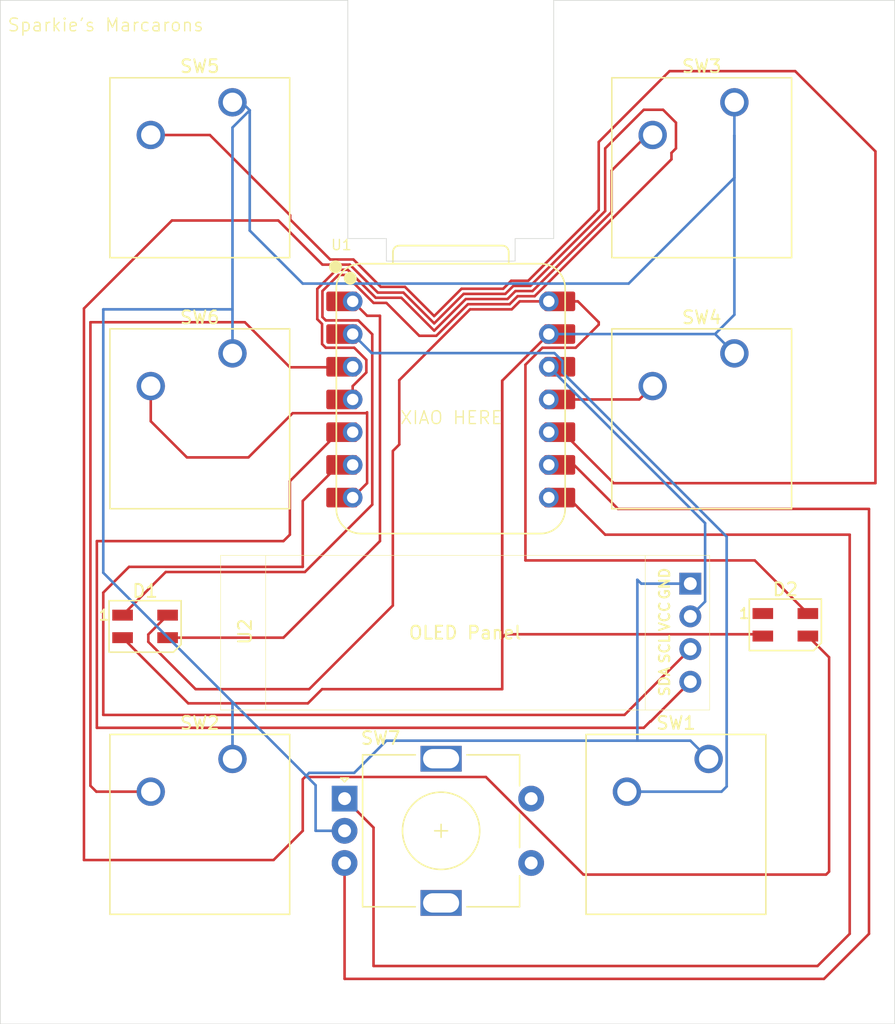
<source format=kicad_pcb>
(kicad_pcb (version 20240108) (generator "pcbnew") (generator_version "8.0")
  (layers (0 "F.Cu" signal) (31 "B.Cu" signal) (34 "B.Paste" user) (35 "F.Paste" user) (36 "B.SilkS" user "B.Silkscreen") (37 "F.SilkS" user "F.Silkscreen") (38 "B.Mask" user) (39 "F.Mask" user) (44 "Edge.Cuts" user))
  (net 0 "")
  (net 1 "+5V")
  (net 2 "GND")
  (net 3 "Net-(D1-DIN)")
  (net 4 "Net-(D1-DOUT)")
  (net 6 "Net-(U1-GPIO27{slash}ADC1{slash}A1)")
  (net 7 "Net-(U1-GPIO28{slash}ADC2{slash}A2)")
  (net 8 "Net-(U1-GPIO29{slash}ADC3{slash}A3)")
  (net 9 "Net-(U1-GPIO3{slash}MOSI)")
  (net 10 "Net-(U1-GPIO4{slash}MISO)")
  (net 11 "Net-(U1-GPIO0{slash}TX)")
  (net 12 "Net-(U1-GPIO2{slash}SCK)")
  (net 15 "Net-(U1-GPIO1{slash}RX)")
  (net 16 "Net-(U1-GPIO6{slash}SDA)")
  (net 17 "+3.3V")
  (net 18 "Net-(U1-GPIO7{slash}SCL)")
  (footprint "Button_Switch_Keyboard:SW_Cherry_MX_1.00u_PCB" (layer "F.Cu") (at 197.04 67.92)
    (property "Reference" "SW4" (at -2.54 -2.794 0) (layer "F.SilkS"))
    (property "Value" "SW_Push")
    (fp_line (start -9.525 -1.905) (end 4.445 -1.905) (stroke (width 0.12)) (layer "F.SilkS"))
    (fp_line (start -9.525 12.065) (end -9.525 -1.905) (stroke (width 0.12)) (layer "F.SilkS"))
    (fp_line (start 4.445 -1.905) (end 4.445 12.065) (stroke (width 0.12)) (layer "F.SilkS"))
    (fp_line (start 4.445 12.065) (end -9.525 12.065) (stroke (width 0.12)) (layer "F.SilkS"))
    (pad "" np_thru_hole circle (at -7.62 5.08) (size 1.7 1.7) (drill 1.7) (layers "*.Cu" "*.Mask"))
    (pad "" np_thru_hole circle (at -2.54 5.08) (size 4 4) (drill 4) (layers "*.Cu" "*.Mask"))
    (pad "" np_thru_hole circle (at 2.54 5.08) (size 1.7 1.7) (drill 1.7) (layers "*.Cu" "*.Mask"))
    (pad "1" thru_hole circle (at 0 0) (size 2.2 2.2) (drill 1.5) (layers "*.Cu" "*.Mask") (net 2 "GND"))
    (pad "2" thru_hole circle (at -6.35 2.54) (size 2.2 2.2) (drill 1.5) (layers "*.Cu" "*.Mask") (net 9 "Net-(U1-GPIO3{slash}MOSI)"))
  )
  (footprint "Button_Switch_Keyboard:SW_Cherry_MX_1.00u_PCB" (layer "F.Cu") (at 195.04 99.42)
    (property "Reference" "SW1" (at -2.54 -2.794 0) (layer "F.SilkS"))
    (property "Value" "SW_Push")
    (fp_line (start -9.525 -1.905) (end 4.445 -1.905) (stroke (width 0.12)) (layer "F.SilkS"))
    (fp_line (start -9.525 12.065) (end -9.525 -1.905) (stroke (width 0.12)) (layer "F.SilkS"))
    (fp_line (start 4.445 -1.905) (end 4.445 12.065) (stroke (width 0.12)) (layer "F.SilkS"))
    (fp_line (start 4.445 12.065) (end -9.525 12.065) (stroke (width 0.12)) (layer "F.SilkS"))
    (pad "" np_thru_hole circle (at -7.62 5.08) (size 1.7 1.7) (drill 1.7) (layers "*.Cu" "*.Mask"))
    (pad "" np_thru_hole circle (at -2.54 5.08) (size 4 4) (drill 4) (layers "*.Cu" "*.Mask"))
    (pad "" np_thru_hole circle (at 2.54 5.08) (size 1.7 1.7) (drill 1.7) (layers "*.Cu" "*.Mask"))
    (pad "1" thru_hole circle (at 0 0) (size 2.2 2.2) (drill 1.5) (layers "*.Cu" "*.Mask") (net 2 "GND"))
    (pad "2" thru_hole circle (at -6.35 2.54) (size 2.2 2.2) (drill 1.5) (layers "*.Cu" "*.Mask") (net 6 "Net-(U1-GPIO27{slash}ADC1{slash}A1)"))
  )
  (footprint "Button_Switch_Keyboard:SW_Cherry_MX_1.00u_PCB" (layer "F.Cu") (at 158.04 67.92)
    (property "Reference" "SW6" (at -2.54 -2.794 0) (layer "F.SilkS"))
    (property "Value" "SW_Push")
    (fp_line (start -9.525 -1.905) (end 4.445 -1.905) (stroke (width 0.12)) (layer "F.SilkS"))
    (fp_line (start -9.525 12.065) (end -9.525 -1.905) (stroke (width 0.12)) (layer "F.SilkS"))
    (fp_line (start 4.445 -1.905) (end 4.445 12.065) (stroke (width 0.12)) (layer "F.SilkS"))
    (fp_line (start 4.445 12.065) (end -9.525 12.065) (stroke (width 0.12)) (layer "F.SilkS"))
    (pad "" np_thru_hole circle (at -7.62 5.08) (size 1.7 1.7) (drill 1.7) (layers "*.Cu" "*.Mask"))
    (pad "" np_thru_hole circle (at -2.54 5.08) (size 4 4) (drill 4) (layers "*.Cu" "*.Mask"))
    (pad "" np_thru_hole circle (at 2.54 5.08) (size 1.7 1.7) (drill 1.7) (layers "*.Cu" "*.Mask"))
    (pad "1" thru_hole circle (at 0 0) (size 2.2 2.2) (drill 1.5) (layers "*.Cu" "*.Mask") (net 2 "GND"))
    (pad "2" thru_hole circle (at -6.35 2.54) (size 2.2 2.2) (drill 1.5) (layers "*.Cu" "*.Mask") (net 11 "Net-(U1-GPIO0{slash}TX)"))
  )
  (footprint "Button_Switch_Keyboard:SW_Cherry_MX_1.00u_PCB" (layer "F.Cu") (at 158.04 99.42)
    (property "Reference" "SW2" (at -2.54 -2.794 0) (layer "F.SilkS"))
    (property "Value" "SW_Push")
    (fp_line (start -9.525 -1.905) (end 4.445 -1.905) (stroke (width 0.12)) (layer "F.SilkS"))
    (fp_line (start -9.525 12.065) (end -9.525 -1.905) (stroke (width 0.12)) (layer "F.SilkS"))
    (fp_line (start 4.445 -1.905) (end 4.445 12.065) (stroke (width 0.12)) (layer "F.SilkS"))
    (fp_line (start 4.445 12.065) (end -9.525 12.065) (stroke (width 0.12)) (layer "F.SilkS"))
    (pad "" np_thru_hole circle (at -7.62 5.08) (size 1.7 1.7) (drill 1.7) (layers "*.Cu" "*.Mask"))
    (pad "" np_thru_hole circle (at -2.54 5.08) (size 4 4) (drill 4) (layers "*.Cu" "*.Mask"))
    (pad "" np_thru_hole circle (at 2.54 5.08) (size 1.7 1.7) (drill 1.7) (layers "*.Cu" "*.Mask"))
    (pad "1" thru_hole circle (at 0 0) (size 2.2 2.2) (drill 1.5) (layers "*.Cu" "*.Mask") (net 2 "GND"))
    (pad "2" thru_hole circle (at -6.35 2.54) (size 2.2 2.2) (drill 1.5) (layers "*.Cu" "*.Mask") (net 7 "Net-(U1-GPIO28{slash}ADC2{slash}A2)"))
  )
  (footprint "Button_Switch_Keyboard:SW_Cherry_MX_1.00u_PCB" (layer "F.Cu") (at 197.04 48.42)
    (property "Reference" "SW3" (at -2.54 -2.794 0) (layer "F.SilkS"))
    (property "Value" "SW_Push")
    (fp_line (start -9.525 -1.905) (end 4.445 -1.905) (stroke (width 0.12)) (layer "F.SilkS"))
    (fp_line (start -9.525 12.065) (end -9.525 -1.905) (stroke (width 0.12)) (layer "F.SilkS"))
    (fp_line (start 4.445 -1.905) (end 4.445 12.065) (stroke (width 0.12)) (layer "F.SilkS"))
    (fp_line (start 4.445 12.065) (end -9.525 12.065) (stroke (width 0.12)) (layer "F.SilkS"))
    (pad "" np_thru_hole circle (at -7.62 5.08) (size 1.7 1.7) (drill 1.7) (layers "*.Cu" "*.Mask"))
    (pad "" np_thru_hole circle (at -2.54 5.08) (size 4 4) (drill 4) (layers "*.Cu" "*.Mask"))
    (pad "" np_thru_hole circle (at 2.54 5.08) (size 1.7 1.7) (drill 1.7) (layers "*.Cu" "*.Mask"))
    (pad "1" thru_hole circle (at 0 0) (size 2.2 2.2) (drill 1.5) (layers "*.Cu" "*.Mask") (net 2 "GND"))
    (pad "2" thru_hole circle (at -6.35 2.54) (size 2.2 2.2) (drill 1.5) (layers "*.Cu" "*.Mask") (net 8 "Net-(U1-GPIO29{slash}ADC3{slash}A3)"))
  )
  (footprint "LED_SMD:LED_SK6812MINI_PLCC4_3.5x3.5mm_P1.75mm" (layer "F.Cu") (at 151.25 89.125)
    (property "Reference" "D1" (at 0 -2.75 0) (layer "F.SilkS"))
    (property "Value" "SK6812MINI")
    (fp_line (start -2.8 -2) (end -2.8 2) (stroke (width 0.12)) (layer "F.SilkS"))
    (fp_line (start -2.8 -2) (end 2.8 -2) (stroke (width 0.12)) (layer "F.SilkS"))
    (fp_line (start -2.8 2) (end 2.2 2) (stroke (width 0.12)) (layer "F.SilkS"))
    (fp_line (start 2.8 1.4) (end 2.2 2) (stroke (width 0.12)) (layer "F.SilkS"))
    (fp_line (start 2.8 1.4) (end 2.8 -2) (stroke (width 0.12)) (layer "F.SilkS"))
    (fp_text user "1" (at -3.2 -0.875 0) (layer "F.SilkS") (effects (font (size 0.8 0.8))))
    (pad "1" smd rect (at -1.75 -0.875) (size 1.6 0.85) (layers "F.Cu" "F.Paste" "F.Mask") (net 4 "Net-(D1-DOUT)"))
    (pad "2" smd rect (at -1.75 0.875) (size 1.6 0.85) (layers "F.Cu" "F.Paste" "F.Mask") (net 2 "GND"))
    (pad "3" smd rect (at 1.75 0.875) (size 1.6 0.85) (layers "F.Cu" "F.Paste" "F.Mask") (net 3 "Net-(D1-DIN)"))
    (pad "4" smd rect (at 1.75 -0.875) (size 1.6 0.85) (layers "F.Cu" "F.Paste" "F.Mask") (net 1 "+5V"))
  )
  (footprint "Button_Switch_Keyboard:SW_Cherry_MX_1.00u_PCB" (layer "F.Cu") (at 158.04 48.42)
    (property "Reference" "SW5" (at -2.54 -2.794 0) (layer "F.SilkS"))
    (property "Value" "SW_Push")
    (fp_line (start -9.525 -1.905) (end 4.445 -1.905) (stroke (width 0.12)) (layer "F.SilkS"))
    (fp_line (start -9.525 12.065) (end -9.525 -1.905) (stroke (width 0.12)) (layer "F.SilkS"))
    (fp_line (start 4.445 -1.905) (end 4.445 12.065) (stroke (width 0.12)) (layer "F.SilkS"))
    (fp_line (start 4.445 12.065) (end -9.525 12.065) (stroke (width 0.12)) (layer "F.SilkS"))
    (pad "" np_thru_hole circle (at -7.62 5.08) (size 1.7 1.7) (drill 1.7) (layers "*.Cu" "*.Mask"))
    (pad "" np_thru_hole circle (at -2.54 5.08) (size 4 4) (drill 4) (layers "*.Cu" "*.Mask"))
    (pad "" np_thru_hole circle (at 2.54 5.08) (size 1.7 1.7) (drill 1.7) (layers "*.Cu" "*.Mask"))
    (pad "1" thru_hole circle (at 0 0) (size 2.2 2.2) (drill 1.5) (layers "*.Cu" "*.Mask") (net 2 "GND"))
    (pad "2" thru_hole circle (at -6.35 2.54) (size 2.2 2.2) (drill 1.5) (layers "*.Cu" "*.Mask") (net 10 "Net-(U1-GPIO4{slash}MISO)"))
  )
  (footprint "OPL XIAO RP2040:XIAO-RP2040-DIP" (layer "F.Cu") (at 175 71.5)
    (property "Reference" "U1" (at -8.5 -12 0) (layer "F.SilkS") (effects (font (size 0.8 0.8) (thickness 0.1016))))
    (property "Value" "XIAO-RP2040-DIP")
    (fp_line (start -8.89 8.509) (end -8.89 -8.636) (stroke (width 0.127)) (layer "F.SilkS"))
    (fp_line (start -6.985 10.414) (end 6.985 10.414) (stroke (width 0.127)) (layer "F.SilkS"))
    (fp_line (start -4.495 -10.541) (end -4.491272 -11.451272) (stroke (width 0.127)) (layer "F.SilkS"))
    (fp_line (start -3.991272 -11.951) (end 4.004 -11.951) (stroke (width 0.127)) (layer "F.SilkS"))
    (fp_line (start 4.504 -11.451) (end 4.504 -10.541) (stroke (width 0.127)) (layer "F.SilkS"))
    (fp_line (start 6.985 -10.541) (end -6.985 -10.541) (stroke (width 0.1)) (layer "F.SilkS"))
    (fp_line (start 6.985 -10.541) (end -6.985 -10.541) (stroke (width 0.127)) (layer "F.SilkS"))
    (fp_line (start 8.89 8.509) (end 8.89 -8.636) (stroke (width 0.127)) (layer "F.SilkS"))
    (fp_arc (start -8.89 -8.636) (mid -8.332038 -9.983038) (end -6.985 -10.541) (stroke (width 0.127)) (layer "F.SilkS"))
    (fp_arc (start -6.985 10.414) (mid -8.332038 9.856038) (end -8.89 8.509) (stroke (width 0.127)) (layer "F.SilkS"))
    (fp_arc (start -4.491272 -11.451272) (mid -4.344724 -11.804644) (end -3.991272 -11.951) (stroke (width 0.127)) (layer "F.SilkS"))
    (fp_arc (start 4.004 -11.951) (mid 4.357553 -11.804553) (end 4.504 -11.451) (stroke (width 0.127)) (layer "F.SilkS"))
    (fp_arc (start 6.985 -10.541) (mid 8.332038 -9.983038) (end 8.89 -8.636) (stroke (width 0.127)) (layer "F.SilkS"))
    (fp_arc (start 8.89 8.509) (mid 8.332038 9.856038) (end 6.985 10.414) (stroke (width 0.127)) (layer "F.SilkS"))
    (fp_circle (center -8.95 -10.3) (end -8.95 -10.554) (stroke (width 0.5)) (fill solid) (layer "F.SilkS"))
    (fp_circle (center -7.807 -9.42) (end -7.807 -9.674) (stroke (width 0.5)) (fill solid) (layer "F.SilkS"))
    (pad "1" smd roundrect (at -8.455 -7.62 180) (size 2.432 1.524) (layers "F.Cu" "F.Mask") (roundrect_rratio 0.1) (net 3 "Net-(D1-DIN)"))
    (pad "1" thru_hole circle (at -7.62 -7.62 180) (size 1.524 1.524) (drill 0.889) (layers "*.Cu" "*.Mask") (net 3 "Net-(D1-DIN)"))
    (pad "2" smd roundrect (at -8.455 -5.08 180) (size 2.432 1.524) (layers "F.Cu" "F.Mask") (roundrect_rratio 0.1) (net 6 "Net-(U1-GPIO27{slash}ADC1{slash}A1)"))
    (pad "2" thru_hole circle (at -7.62 -5.08 180) (size 1.524 1.524) (drill 0.889) (layers "*.Cu" "*.Mask") (net 6 "Net-(U1-GPIO27{slash}ADC1{slash}A1)"))
    (pad "3" smd roundrect (at -8.455 -2.54 180) (size 2.432 1.524) (layers "F.Cu" "F.Mask") (roundrect_rratio 0.1) (net 7 "Net-(U1-GPIO28{slash}ADC2{slash}A2)"))
    (pad "3" thru_hole circle (at -7.62 -2.54 180) (size 1.524 1.524) (drill 0.889) (layers "*.Cu" "*.Mask") (net 7 "Net-(U1-GPIO28{slash}ADC2{slash}A2)"))
    (pad "4" smd roundrect (at -8.455 0 180) (size 2.432 1.524) (layers "F.Cu" "F.Mask") (roundrect_rratio 0.1) (net 8 "Net-(U1-GPIO29{slash}ADC3{slash}A3)"))
    (pad "4" thru_hole circle (at -7.62 0 180) (size 1.524 1.524) (drill 0.889) (layers "*.Cu" "*.Mask") (net 8 "Net-(U1-GPIO29{slash}ADC3{slash}A3)"))
    (pad "5" smd roundrect (at -8.455 2.54 180) (size 2.432 1.524) (layers "F.Cu" "F.Mask") (roundrect_rratio 0.1) (net 16 "Net-(U1-GPIO6{slash}SDA)"))
    (pad "5" thru_hole circle (at -7.62 2.54 180) (size 1.524 1.524) (drill 0.889) (layers "*.Cu" "*.Mask") (net 16 "Net-(U1-GPIO6{slash}SDA)"))
    (pad "6" smd roundrect (at -8.455 5.08 180) (size 2.432 1.524) (layers "F.Cu" "F.Mask") (roundrect_rratio 0.1) (net 18 "Net-(U1-GPIO7{slash}SCL)"))
    (pad "6" thru_hole circle (at -7.62 5.08 180) (size 1.524 1.524) (drill 0.889) (layers "*.Cu" "*.Mask") (net 18 "Net-(U1-GPIO7{slash}SCL)"))
    (pad "7" smd roundrect (at -8.455 7.62 180) (size 2.432 1.524) (layers "F.Cu" "F.Mask") (roundrect_rratio 0.1) (net 11 "Net-(U1-GPIO0{slash}TX)"))
    (pad "7" thru_hole circle (at -7.62 7.62 180) (size 1.524 1.524) (drill 0.889) (layers "*.Cu" "*.Mask") (net 11 "Net-(U1-GPIO0{slash}TX)"))
    (pad "8" thru_hole circle (at 7.62 7.62) (size 1.524 1.524) (drill 0.889) (layers "*.Cu" "*.Mask") (net 15 "Net-(U1-GPIO1{slash}RX)"))
    (pad "8" smd roundrect (at 8.455 7.62) (size 2.432 1.524) (layers "F.Cu" "F.Mask") (roundrect_rratio 0.1) (net 15 "Net-(U1-GPIO1{slash}RX)"))
    (pad "9" thru_hole circle (at 7.62 5.08) (size 1.524 1.524) (drill 0.889) (layers "*.Cu" "*.Mask") (net 12 "Net-(U1-GPIO2{slash}SCK)"))
    (pad "9" smd roundrect (at 8.455 5.08) (size 2.432 1.524) (layers "F.Cu" "F.Mask") (roundrect_rratio 0.1) (net 12 "Net-(U1-GPIO2{slash}SCK)"))
    (pad "10" thru_hole circle (at 7.62 2.54) (size 1.524 1.524) (drill 0.889) (layers "*.Cu" "*.Mask") (net 10 "Net-(U1-GPIO4{slash}MISO)"))
    (pad "10" smd roundrect (at 8.455 2.54) (size 2.432 1.524) (layers "F.Cu" "F.Mask") (roundrect_rratio 0.1) (net 10 "Net-(U1-GPIO4{slash}MISO)"))
    (pad "11" thru_hole circle (at 7.62 0) (size 1.524 1.524) (drill 0.889) (layers "*.Cu" "*.Mask") (net 9 "Net-(U1-GPIO3{slash}MOSI)"))
    (pad "11" smd roundrect (at 8.455 0) (size 2.432 1.524) (layers "F.Cu" "F.Mask") (roundrect_rratio 0.1) (net 9 "Net-(U1-GPIO3{slash}MOSI)"))
    (pad "12" thru_hole circle (at 7.62 -2.54) (size 1.524 1.524) (drill 0.889) (layers "*.Cu" "*.Mask") (net 17 "+3.3V"))
    (pad "12" smd roundrect (at 8.455 -2.54) (size 2.432 1.524) (layers "F.Cu" "F.Mask") (roundrect_rratio 0.1) (net 17 "+3.3V"))
    (pad "13" thru_hole circle (at 7.62 -5.08) (size 1.524 1.524) (drill 0.889) (layers "*.Cu" "*.Mask") (net 2 "GND"))
    (pad "13" smd roundrect (at 8.455 -5.08) (size 2.432 1.524) (layers "F.Cu" "F.Mask") (roundrect_rratio 0.1) (net 2 "GND"))
    (pad "14" thru_hole circle (at 7.62 -7.62) (size 1.524 1.524) (drill 0.889) (layers "*.Cu" "*.Mask") (net 1 "+5V"))
    (pad "14" smd roundrect (at 8.455 -7.62) (size 2.432 1.524) (layers "F.Cu" "F.Mask") (roundrect_rratio 0.1) (net 1 "+5V"))
  )
  (footprint "LED_SMD:LED_SK6812MINI_PLCC4_3.5x3.5mm_P1.75mm" (layer "F.Cu") (at 201 89)
    (property "Reference" "D2" (at 0 -2.75 0) (layer "F.SilkS"))
    (property "Value" "SK6812MINI")
    (fp_line (start -2.8 -2) (end -2.8 2) (stroke (width 0.12)) (layer "F.SilkS"))
    (fp_line (start -2.8 -2) (end 2.8 -2) (stroke (width 0.12)) (layer "F.SilkS"))
    (fp_line (start -2.8 2) (end 2.2 2) (stroke (width 0.12)) (layer "F.SilkS"))
    (fp_line (start 2.8 1.4) (end 2.2 2) (stroke (width 0.12)) (layer "F.SilkS"))
    (fp_line (start 2.8 1.4) (end 2.8 -2) (stroke (width 0.12)) (layer "F.SilkS"))
    (fp_text user "1" (at -3.2 -0.875 0) (layer "F.SilkS") (effects (font (size 0.8 0.8))))
    (pad "1" smd rect (at -1.75 -0.875) (size 1.6 0.85) (layers "F.Cu" "F.Paste" "F.Mask"))
    (pad "2" smd rect (at -1.75 0.875) (size 1.6 0.85) (layers "F.Cu" "F.Paste" "F.Mask") (net 2 "GND"))
    (pad "3" smd rect (at 1.75 0.875) (size 1.6 0.85) (layers "F.Cu" "F.Paste" "F.Mask") (net 4 "Net-(D1-DOUT)"))
    (pad "4" smd rect (at 1.75 -0.875) (size 1.6 0.85) (layers "F.Cu" "F.Paste" "F.Mask") (net 1 "+5V"))
  )
  (footprint "91_OLED_Screen:SSD1306-0.91-OLED-4pin-128x32" (layer "F.Cu") (at 157.115 83.615)
    (property "Reference" "U2" (at 1.9 5.91 90) (layer "F.SilkS"))
    (property "Value" "DM-OLED096-636")
    (fp_line (start 0 0) (end 0 12) (stroke (width 0.04)) (layer "F.SilkS"))
    (fp_line (start 0 12) (end 38 12) (stroke (width 0.04)) (layer "F.SilkS"))
    (fp_line (start 3.5 0) (end 3.5 12) (stroke (width 0.04)) (layer "F.SilkS"))
    (fp_line (start 33 0) (end 33 12) (stroke (width 0.04)) (layer "F.SilkS"))
    (fp_line (start 38 0) (end 0 0) (stroke (width 0.04)) (layer "F.SilkS"))
    (fp_line (start 38 12) (end 38 0) (stroke (width 0.04)) (layer "F.SilkS"))
    (fp_text user "OLED Panel" (at 19 6 0) (layer "F.SilkS"))
    (fp_text user "GND" (at 34.5 2.19 -90) (layer "F.SilkS") (effects (font (size 0.8 0.8))))
    (fp_text user "SCL" (at 34.5 7.27 -90) (layer "F.SilkS") (effects (font (size 0.8 0.8))))
    (fp_text user "SDA" (at 34.5 9.81 -90) (layer "F.SilkS") (effects (font (size 0.8 0.8))))
    (fp_text user "VCC" (at 34.5 4.73 -90) (layer "F.SilkS") (effects (font (size 0.8 0.8))))
    (pad "1" thru_hole rect (at 36.5 2.19) (size 1.7 1.7) (drill 1) (layers "*.Cu" "*.Mask") (net 2 "GND"))
    (pad "2" thru_hole oval (at 36.5 4.73) (size 1.7 1.7) (drill 1) (layers "*.Cu" "*.Mask") (net 17 "+3.3V"))
    (pad "3" thru_hole oval (at 36.5 7.27) (size 1.7 1.7) (drill 1) (layers "*.Cu" "*.Mask") (net 18 "Net-(U1-GPIO7{slash}SCL)"))
    (pad "4" thru_hole oval (at 36.5 9.81) (size 1.7 1.7) (drill 1) (layers "*.Cu" "*.Mask") (net 16 "Net-(U1-GPIO6{slash}SDA)"))
  )
  (footprint "Rotary_Encoder:RotaryEncoder_Alps_EC11E-Switch_Vertical_H20mm" (layer "F.Cu") (at 166.75 102.5)
    (property "Reference" "SW7" (at 2.8 -4.7 0) (layer "F.SilkS"))
    (property "Value" "RotaryEncoder_Switch")
    (fp_line (start -0.3 -1.6) (end 0.3 -1.6) (stroke (width 0.12)) (layer "F.SilkS"))
    (fp_line (start 0 -1.3) (end -0.3 -1.6) (stroke (width 0.12)) (layer "F.SilkS"))
    (fp_line (start 0.3 -1.6) (end 0 -1.3) (stroke (width 0.12)) (layer "F.SilkS"))
    (fp_line (start 1.4 -3.4) (end 1.4 8.4) (stroke (width 0.12)) (layer "F.SilkS"))
    (fp_line (start 5.5 -3.4) (end 1.4 -3.4) (stroke (width 0.12)) (layer "F.SilkS"))
    (fp_line (start 5.5 8.4) (end 1.4 8.4) (stroke (width 0.12)) (layer "F.SilkS"))
    (fp_line (start 7 2.5) (end 8 2.5) (stroke (width 0.12)) (layer "F.SilkS"))
    (fp_line (start 7.5 2) (end 7.5 3) (stroke (width 0.12)) (layer "F.SilkS"))
    (fp_line (start 9.5 -3.4) (end 13.6 -3.4) (stroke (width 0.12)) (layer "F.SilkS"))
    (fp_line (start 13.6 -3.4) (end 13.6 -1) (stroke (width 0.12)) (layer "F.SilkS"))
    (fp_line (start 13.6 1.2) (end 13.6 3.8) (stroke (width 0.12)) (layer "F.SilkS"))
    (fp_line (start 13.6 6) (end 13.6 8.4) (stroke (width 0.12)) (layer "F.SilkS"))
    (fp_line (start 13.6 8.4) (end 9.5 8.4) (stroke (width 0.12)) (layer "F.SilkS"))
    (fp_circle (center 7.5 2.5) (end 10.5 2.5) (stroke (width 0.12)) (fill none) (layer "F.SilkS"))
    (pad "A" thru_hole rect (at 0 0) (size 2 2) (drill 1) (layers "*.Cu" "*.Mask") (net 15 "Net-(U1-GPIO1{slash}RX)"))
    (pad "B" thru_hole circle (at 0 5) (size 2 2) (drill 1) (layers "*.Cu" "*.Mask") (net 12 "Net-(U1-GPIO2{slash}SCK)"))
    (pad "C" thru_hole circle (at 0 2.5) (size 2 2) (drill 1) (layers "*.Cu" "*.Mask") (net 2 "GND"))
    (pad "MP" thru_hole rect (at 7.5 -3.1) (size 3.2 2) (drill oval 2.8 1.5) (layers "*.Cu" "*.Mask"))
    (pad "MP" thru_hole rect (at 7.5 8.1) (size 3.2 2) (drill oval 2.8 1.5) (layers "*.Cu" "*.Mask"))
    (pad "S1" thru_hole circle (at 14.5 5) (size 2 2) (drill 1) (layers "*.Cu" "*.Mask"))
    (pad "S2" thru_hole circle (at 14.5 0) (size 2 2) (drill 1) (layers "*.Cu" "*.Mask"))
  )
  (gr_line (start 183 59) (end 180 59) (stroke (width 0.05)) (layer "Edge.Cuts"))
  (gr_line (start 183 40.5) (end 209.5 40.5) (stroke (width 0.05)) (layer "Edge.Cuts"))
  (gr_line (start 167 59) (end 170 59) (stroke (width 0.05)) (layer "Edge.Cuts"))
  (gr_line (start 179.999434 60.75644) (end 169.999434 60.75644) (stroke (width 0.05)) (layer "Edge.Cuts"))
  (gr_line (start 170 59) (end 169.999434 60.75644) (stroke (width 0.05)) (layer "Edge.Cuts"))
  (gr_line (start 140 120) (end 140 40.5) (stroke (width 0.05)) (layer "Edge.Cuts"))
  (gr_line (start 209.5 40.5) (end 209.5 120) (stroke (width 0.05)) (layer "Edge.Cuts"))
  (gr_line (start 167 40.5) (end 140 40.5) (stroke (width 0.05)) (layer "Edge.Cuts"))
  (gr_line (start 183 59) (end 183 40.5) (stroke (width 0.05)) (layer "Edge.Cuts"))
  (gr_line (start 140 120) (end 209.5 120) (stroke (width 0.05)) (layer "Edge.Cuts"))
  (gr_line (start 167 59) (end 167 40.5) (stroke (width 0.05)) (layer "Edge.Cuts"))
  (gr_line (start 180 59) (end 179.999434 60.75644) (stroke (width 0.05)) (layer "Edge.Cuts"))
  (gr_text "Sparkie's Marcarons" (at 140.5 43 0) (layer "F.SilkS") (effects (font (size 1 1) (thickness 0.1)) (justify left bottom)))
  (gr_text "XIAO HERE" (at 171 73.5 0) (layer "F.SilkS") (effects (font (size 1 1) (thickness 0.1)) (justify left bottom)))
  (segment (start 171 75) (end 170.5 75.5) (width 0.2) (layer "F.Cu") (net 1))
  (segment (start 155.175 94) (end 151.5 90.325) (width 0.2) (layer "F.Cu") (net 1))
  (segment (start 186.5 65.5) (end 184.88 63.88) (width 0.2) (layer "F.Cu") (net 1))
  (segment (start 186.5 65.692214) (end 186.5 65.5) (width 0.2) (layer "F.Cu") (net 1))
  (segment (start 184.710214 67.482) (end 186.5 65.692214) (width 0.2) (layer "F.Cu") (net 1))
  (segment (start 151.5 89.75) (end 153 88.25) (width 0.2) (layer "F.Cu") (net 1))
  (segment (start 202.75 88.125) (end 198.625 84) (width 0.2) (layer "F.Cu") (net 1))
  (segment (start 182.123686 67.482) (end 184.710214 67.482) (width 0.2) (layer "F.Cu") (net 1))
  (segment (start 180.802843 68.802843) (end 182.123686 67.482) (width 0.2) (layer "F.Cu") (net 1))
  (segment (start 180.802843 84) (end 180.802843 68.802843) (width 0.2) (layer "F.Cu") (net 1))
  (segment (start 182.62 63.88) (end 180.36 63.88) (width 0.2) (layer "F.Cu") (net 1))
  (segment (start 170.5 75.5) (end 170.5 87.5) (width 0.2) (layer "F.Cu") (net 1))
  (segment (start 184.88 63.88) (end 182.62 63.88) (width 0.2) (layer "F.Cu") (net 1))
  (segment (start 164 94) (end 155.175 94) (width 0.2) (layer "F.Cu") (net 1))
  (segment (start 198.625 84) (end 180.802843 84) (width 0.2) (layer "F.Cu") (net 1))
  (segment (start 170.5 87.5) (end 164 94) (width 0.2) (layer "F.Cu") (net 1))
  (segment (start 176.5 64.5) (end 171 70) (width 0.2) (layer "F.Cu") (net 1))
  (segment (start 151.5 90.325) (end 151.5 89.75) (width 0.2) (layer "F.Cu") (net 1))
  (segment (start 180.36 63.88) (end 179.74 64.5) (width 0.2) (layer "F.Cu") (net 1))
  (segment (start 179.74 64.5) (end 176.5 64.5) (width 0.2) (layer "F.Cu") (net 1))
  (segment (start 171 70) (end 171 75) (width 0.2) (layer "F.Cu") (net 1))
  (segment (start 165 94) (end 179 94) (width 0.2) (layer "F.Cu") (net 2))
  (segment (start 179.265 89.735) (end 199.11 89.735) (width 0.2) (layer "F.Cu") (net 2))
  (segment (start 154.6 95.1) (end 163.9 95.1) (width 0.2) (layer "F.Cu") (net 2))
  (segment (start 179 94) (end 179 70.04) (width 0.2) (layer "F.Cu") (net 2))
  (segment (start 179 70.04) (end 179 90) (width 0.2) (layer "F.Cu") (net 2))
  (segment (start 199.11 89.735) (end 199.25 89.875) (width 0.2) (layer "F.Cu") (net 2))
  (segment (start 179 90) (end 179.265 89.735) (width 0.2) (layer "F.Cu") (net 2))
  (segment (start 163.9 95.1) (end 165 94) (width 0.2) (layer "F.Cu") (net 2))
  (segment (start 149.5 90) (end 154.6 95.1) (width 0.2) (layer "F.Cu") (net 2))
  (segment (start 179 70.04) (end 182.62 66.42) (width 0.2) (layer "F.Cu") (net 2))
  (segment (start 159.38 49.04) (end 158.04 50.38) (width 0.2) (layer "B.Cu") (net 2))
  (segment (start 164 100.5) (end 167.5 100.5) (width 0.2) (layer "B.Cu") (net 2))
  (segment (start 170 98) (end 193.62 98) (width 0.2) (layer "B.Cu") (net 2))
  (segment (start 189.5 98) (end 189.5 85.5) (width 0.2) (layer "B.Cu") (net 2))
  (segment (start 197.04 51) (end 197.04 48.42) (width 0.2) (layer "B.Cu") (net 2))
  (segment (start 163.5 62.5) (end 159.38 58.38) (width 0.2) (layer "B.Cu") (net 2))
  (segment (start 189.805 85.805) (end 193.615 85.805) (width 0.2) (layer "B.Cu") (net 2))
  (segment (start 148 84.96) (end 158.04 95) (width 0.2) (layer "B.Cu") (net 2))
  (segment (start 159.38 49.04) (end 158.76 48.42) (width 0.2) (layer "B.Cu") (net 2))
  (segment (start 158.04 95) (end 158.04 99.42) (width 0.2) (layer "B.Cu") (net 2))
  (segment (start 158.04 50.38) (end 158.04 65.5) (width 0.2) (layer "B.Cu") (net 2))
  (segment (start 158.04 95) (end 163.77 100.73) (width 0.2) (layer "B.Cu") (net 2))
  (segment (start 158.76 48.42) (end 158.04 48.42) (width 0.2) (layer "B.Cu") (net 2))
  (segment (start 182.62 66.42) (end 195.54 66.42) (width 0.2) (layer "B.Cu") (net 2))
  (segment (start 197.04 54.283402) (end 188.823402 62.5) (width 0.2) (layer "B.Cu") (net 2))
  (segment (start 158.04 65.5) (end 158.04 67.92) (width 0.2) (layer "B.Cu") (net 2))
  (segment (start 163.77 100.73) (end 164 100.5) (width 0.2) (layer "B.Cu") (net 2))
  (segment (start 195.54 66.42) (end 197.04 64.92) (width 0.2) (layer "B.Cu") (net 2))
  (segment (start 193.62 98) (end 195.04 99.42) (width 0.2) (layer "B.Cu") (net 2))
  (segment (start 164.5 101.46) (end 164.5 105) (width 0.2) (layer "B.Cu") (net 2))
  (segment (start 189.5 85.5) (end 189.805 85.805) (width 0.2) (layer "B.Cu") (net 2))
  (segment (start 148 64.5) (end 148 84.96) (width 0.2) (layer "B.Cu") (net 2))
  (segment (start 188.823402 62.5) (end 163.5 62.5) (width 0.2) (layer "B.Cu") (net 2))
  (segment (start 197.04 64.92) (end 197.04 51) (width 0.2) (layer "B.Cu") (net 2))
  (segment (start 164.5 105) (end 166.75 105) (width 0.2) (layer "B.Cu") (net 2))
  (segment (start 197.04 51) (end 197.04 54.283402) (width 0.2) (layer "B.Cu") (net 2))
  (segment (start 159.38 58.38) (end 159.38 49.04) (width 0.2) (layer "B.Cu") (net 2))
  (segment (start 163.77 100.73) (end 164.5 101.46) (width 0.2) (layer "B.Cu") (net 2))
  (segment (start 195.54 66.42) (end 197.04 67.92) (width 0.2) (layer "B.Cu") (net 2))
  (segment (start 167.5 100.5) (end 170 98) (width 0.2) (layer "B.Cu") (net 2))
  (segment (start 158.04 64.5) (end 148 64.5) (width 0.2) (layer "B.Cu") (net 2))
  (segment (start 167.38 63.88) (end 168.5 65) (width 0.2) (layer "F.Cu") (net 3))
  (segment (start 168.5 65) (end 169.5 65) (width 0.2) (layer "F.Cu") (net 3))
  (segment (start 162 90) (end 153 90) (width 0.2) (layer "F.Cu") (net 3))
  (segment (start 169.5 65) (end 169.5 82.5) (width 0.2) (layer "F.Cu") (net 3))
  (segment (start 169.5 82.5) (end 162 90) (width 0.2) (layer "F.Cu") (net 3))
  (segment (start 165.029 63.078786) (end 165.029 65.097214) (width 0.2) (layer "F.Cu") (net 4))
  (segment (start 179.574314 64.1) (end 176.334314 64.1) (width 0.2) (layer "F.Cu") (net 4))
  (segment (start 152.85 84.9) (end 149.5 88.25) (width 0.2) (layer "F.Cu") (net 4))
  (segment (start 171.323686 63.2) (end 173.713314 65.589628) (width 0.2) (layer "F.Cu") (net 4))
  (segment (start 153.334314 57.6) (end 161.6 57.6) (width 0.2) (layer "F.Cu") (net 4))
  (segment (start 172.555314 66.555314) (end 170 64) (width 0.2) (layer "F.Cu") (net 4))
  (segment (start 169.333267 63.2) (end 171.323686 63.2) (width 0.2) (layer "F.Cu") (net 4))
  (segment (start 192.15 52.35) (end 192.15 52.848105) (width 0.2) (layer "F.Cu") (net 4))
  (segment (start 204.165685 108.4) (end 185.311522 108.4) (width 0.2) (layer "F.Cu") (net 4))
  (segment (start 167.819895 65.358) (end 168.9 66.438105) (width 0.2) (layer "F.Cu") (net 4))
  (segment (start 163.5 105) (end 161.229771 107.270229) (width 0.2) (layer "F.Cu") (net 4))
  (segment (start 168.9 79.665685) (end 163.665685 84.9) (width 0.2) (layer "F.Cu") (net 4))
  (segment (start 166.829631 61.827736) (end 166.28005 61.827736) (width 0.2) (layer "F.Cu") (net 4))
  (segment (start 177.731522 100.82) (end 163.677056 100.82) (width 0.2) (layer "F.Cu") (net 4))
  (segment (start 181.518105 63.48) (end 180.194314 63.48) (width 0.2) (layer "F.Cu") (net 4))
  (segment (start 204.4 108.165685) (end 204.165685 108.4) (width 0.2) (layer "F.Cu") (net 4))
  (segment (start 167.161003 61.027736) (end 169.333267 63.2) (width 0.2) (layer "F.Cu") (net 4))
  (segment (start 168.9 66.438105) (end 168.9 79.665685) (width 0.2) (layer "F.Cu") (net 4))
  (segment (start 146.5 107.270229) (end 146.5 64.434314) (width 0.2) (layer "F.Cu") (net 4))
  (segment (start 180.194314 63.48) (end 179.574314 64.1) (width 0.2) (layer "F.Cu") (net 4))
  (segment (start 181.186733 62.68) (end 187 56.866733) (width 0.2) (layer "F.Cu") (net 4))
  (segment (start 187 56.866733) (end 187 52) (width 0.2) (layer "F.Cu") (net 4))
  (segment (start 179.862942 62.68) (end 181.186733 62.68) (width 0.2) (layer "F.Cu") (net 4))
  (segment (start 166.28005 61.827736) (end 165.029 63.078786) (width 0.2) (layer "F.Cu") (net 4))
  (segment (start 191.5 49) (end 192.5 50) (width 0.2) (layer "F.Cu") (net 4))
  (segment (start 192.5 52) (end 192.15 52.35) (width 0.2) (layer "F.Cu") (net 4))
  (segment (start 185.311522 108.4) (end 177.731522 100.82) (width 0.2) (layer "F.Cu") (net 4))
  (segment (start 204.4 91.525) (end 204.4 108.165685) (width 0.2) (layer "F.Cu") (net 4))
  (segment (start 163.5 100.997056) (end 163.5 105) (width 0.2) (layer "F.Cu") (net 4))
  (segment (start 173.879 66.555314) (end 172.555314 66.555314) (width 0.2) (layer "F.Cu") (net 4))
  (segment (start 165.289786 65.358) (end 167.819895 65.358) (width 0.2) (layer "F.Cu") (net 4))
  (segment (start 176.002942 63.3) (end 179.242942 63.3) (width 0.2) (layer "F.Cu") (net 4))
  (segment (start 163.677056 100.82) (end 163.5 100.997056) (width 0.2) (layer "F.Cu") (net 4))
  (segment (start 165.027736 61.027736) (end 167.161003 61.027736) (width 0.2) (layer "F.Cu") (net 4))
  (segment (start 170 64) (end 169.001895 64) (width 0.2) (layer "F.Cu") (net 4))
  (segment (start 163.665685 84.9) (end 152.85 84.9) (width 0.2) (layer "F.Cu") (net 4))
  (segment (start 165.029 65.097214) (end 165.289786 65.358) (width 0.2) (layer "F.Cu") (net 4))
  (segment (start 187 52) (end 190 49) (width 0.2) (layer "F.Cu") (net 4))
  (segment (start 176.334314 64.1) (end 173.879 66.555314) (width 0.2) (layer "F.Cu") (net 4))
  (segment (start 202.75 89.875) (end 204.4 91.525) (width 0.2) (layer "F.Cu") (net 4))
  (segment (start 192.5 50) (end 192.5 52) (width 0.2) (layer "F.Cu") (net 4))
  (segment (start 190 49) (end 191.5 49) (width 0.2) (layer "F.Cu") (net 4))
  (segment (start 161.229771 107.270229) (end 146.5 107.270229) (width 0.2) (layer "F.Cu") (net 4))
  (segment (start 192.15 52.848105) (end 181.518105 63.48) (width 0.2) (layer "F.Cu") (net 4))
  (segment (start 161.6 57.6) (end 165.027736 61.027736) (width 0.2) (layer "F.Cu") (net 4))
  (segment (start 169.001895 64) (end 166.829631 61.827736) (width 0.2) (layer "F.Cu") (net 4))
  (segment (start 179.242942 63.3) (end 179.862942 62.68) (width 0.2) (layer "F.Cu") (net 4))
  (segment (start 146.5 64.434314) (end 153.334314 57.6) (width 0.2) (layer "F.Cu") (net 4))
  (segment (start 173.713314 65.589628) (end 176.002942 63.3) (width 0.2) (layer "F.Cu") (net 4))
  (segment (start 167.38 66.42) (end 166.30237 66.42) (width 0.2) (layer "F.Cu") (net 6))
  (segment (start 196.44 82.157895) (end 196.44 101.56) (width 0.2) (layer "B.Cu") (net 6))
  (segment (start 183.059895 67.898) (end 183.682 68.520105) (width 0.2) (layer "B.Cu") (net 6))
  (segment (start 183.682 69.399895) (end 196.44 82.157895) (width 0.2) (layer "B.Cu") (net 6))
  (segment (start 167.38 66.42) (end 168.858 67.898) (width 0.2) (layer "B.Cu") (net 6))
  (segment (start 196.44 101.56) (end 196.04 101.96) (width 0.2) (layer "B.Cu") (net 6))
  (segment (start 183.682 68.520105) (end 183.682 69.399895) (width 0.2) (layer "B.Cu") (net 6))
  (segment (start 196.04 101.96) (end 188.69 101.96) (width 0.2) (layer "B.Cu") (net 6))
  (segment (start 168.858 67.898) (end 183.059895 67.898) (width 0.2) (layer "B.Cu") (net 6))
  (segment (start 147 65.5) (end 147 101.5) (width 0.2) (layer "F.Cu") (net 7))
  (segment (start 147 101.5) (end 147.46 101.96) (width 0.2) (layer "F.Cu") (net 7))
  (segment (start 159 65.5) (end 147 65.5) (width 0.2) (layer "F.Cu") (net 7))
  (segment (start 167.38 68.96) (end 167.34 69) (width 0.2) (layer "F.Cu") (net 7))
  (segment (start 162.5 69) (end 159 65.5) (width 0.2) (layer "F.Cu") (net 7))
  (segment (start 147.46 101.96) (end 151.69 101.96) (width 0.2) (layer "F.Cu") (net 7))
  (segment (start 167.34 69) (end 162.5 69) (width 0.2) (layer "F.Cu") (net 7))
  (segment (start 164.629 62.9131) (end 166.114364 61.427736) (width 0.2) (layer "F.Cu") (net 8))
  (segment (start 176.168628 63.7) (end 179.408628 63.7) (width 0.2) (layer "F.Cu") (net 8))
  (segment (start 169.167581 63.6) (end 171.158 63.6) (width 0.2) (layer "F.Cu") (net 8))
  (segment (start 187.5 56.932419) (end 187.5 53.722944) (width 0.2) (layer "F.Cu") (net 8))
  (segment (start 179.408628 63.7) (end 180.028628 63.08) (width 0.2) (layer "F.Cu") (net 8))
  (segment (start 187.5 53.722944) (end 190.262944 50.96) (width 0.2) (layer "F.Cu") (net 8))
  (segment (start 168.442 68.424) (end 167.5 67.482) (width 0.2) (layer "F.Cu") (net 8))
  (segment (start 173.713314 66.155314) (end 176.168628 63.7) (width 0.2) (layer "F.Cu") (net 8))
  (segment (start 167.38 70.461895) (end 168.442 69.399895) (width 0.2) (layer "F.Cu") (net 8))
  (segment (start 166.995317 61.427736) (end 169.167581 63.6) (width 0.2) (layer "F.Cu") (net 8))
  (segment (start 168.442 69.399895) (end 168.442 68.424) (width 0.2) (layer "F.Cu") (net 8))
  (segment (start 165 65.6339) (end 164.629 65.2629) (width 0.2) (layer "F.Cu") (net 8))
  (segment (start 181.352419 63.08) (end 187.5 56.932419) (width 0.2) (layer "F.Cu") (net 8))
  (segment (start 180.028628 63.08) (end 181.352419 63.08) (width 0.2) (layer "F.Cu") (net 8))
  (segment (start 190.262944 50.96) (end 190.69 50.96) (width 0.2) (layer "F.Cu") (net 8))
  (segment (start 167.38 71.5) (end 167.38 70.461895) (width 0.2) (layer "F.Cu") (net 8))
  (segment (start 164.629 65.2629) (end 164.629 62.9131) (width 0.2) (layer "F.Cu") (net 8))
  (segment (start 171.158 63.6) (end 173.713314 66.155314) (width 0.2) (layer "F.Cu") (net 8))
  (segment (start 167.5 67.482) (end 165.289786 67.482) (width 0.2) (layer "F.Cu") (net 8))
  (segment (start 165 67.192214) (end 165 65.6339) (width 0.2) (layer "F.Cu") (net 8))
  (segment (start 166.114364 61.427736) (end 166.995317 61.427736) (width 0.2) (layer "F.Cu") (net 8))
  (segment (start 165.289786 67.482) (end 165 67.192214) (width 0.2) (layer "F.Cu") (net 8))
  (segment (start 189.65 71.5) (end 190.69 70.46) (width 0.2) (layer "F.Cu") (net 9))
  (segment (start 182.62 71.5) (end 189.65 71.5) (width 0.2) (layer "F.Cu") (net 9))
  (segment (start 186.150524 57.150523) (end 181.021047 62.28) (width 0.2) (layer "F.Cu") (net 10))
  (segment (start 192 46) (end 186.5 51.5) (width 0.2) (layer "F.Cu") (net 10))
  (segment (start 156.283402 50.96) (end 151.69 50.96) (width 0.2) (layer "F.Cu") (net 10))
  (segment (start 173.713314 65.023942) (end 171.44575 62.756378) (width 0.2) (layer "F.Cu") (net 10))
  (segment (start 208 78) (end 208 52.234314) (width 0.2) (layer "F.Cu") (net 10))
  (segment (start 186.5 51.5) (end 186.5 56.788362) (width 0.2) (layer "F.Cu") (net 10))
  (segment (start 187.65763 78) (end 208 78) (width 0.2) (layer "F.Cu") (net 10))
  (segment (start 171.44575 62.756378) (end 169.564094 62.756378) (width 0.2) (layer "F.Cu") (net 10))
  (segment (start 179.697256 62.28) (end 179.077256 62.9) (width 0.2) (layer "F.Cu") (net 10))
  (segment (start 183.69763 74.04) (end 187.65763 78) (width 0.2) (layer "F.Cu") (net 10))
  (segment (start 186.150524 57.137838) (end 186.150524 57.150523) (width 0.2) (layer "F.Cu") (net 10))
  (segment (start 208 52.234314) (end 201.765686 46) (width 0.2) (layer "F.Cu") (net 10))
  (segment (start 162.523402 57.523402) (end 162.523402 57.2) (width 0.2) (layer "F.Cu") (net 10))
  (segment (start 182.62 74.04) (end 183.69763 74.04) (width 0.2) (layer "F.Cu") (net 10))
  (segment (start 201.765686 46) (end 192 46) (width 0.2) (layer "F.Cu") (net 10))
  (segment (start 179.077256 62.9) (end 175.837256 62.9) (width 0.2) (layer "F.Cu") (net 10))
  (segment (start 181.021047 62.28) (end 179.697256 62.28) (width 0.2) (layer "F.Cu") (net 10))
  (segment (start 167.435452 60.627736) (end 165.627736 60.627736) (width 0.2) (layer "F.Cu") (net 10))
  (segment (start 162.523402 57.2) (end 156.283402 50.96) (width 0.2) (layer "F.Cu") (net 10))
  (segment (start 186.5 56.788362) (end 186.150524 57.137838) (width 0.2) (layer "F.Cu") (net 10))
  (segment (start 175.837256 62.9) (end 173.713314 65.023942) (width 0.2) (layer "F.Cu") (net 10))
  (segment (start 165.627736 60.627736) (end 162.523402 57.523402) (width 0.2) (layer "F.Cu") (net 10))
  (segment (start 169.564094 62.756378) (end 167.435452 60.627736) (width 0.2) (layer "F.Cu") (net 10))
  (segment (start 159.277056 76) (end 154.5 76) (width 0.2) (layer "F.Cu") (net 11))
  (segment (start 151.69 73.19) (end 151.69 70.46) (width 0.2) (layer "F.Cu") (net 11))
  (segment (start 168.5 72.5) (end 168.438 72.562) (width 0.2) (layer "F.Cu") (net 11))
  (segment (start 167.38 79.12) (end 168.5 78) (width 0.2) (layer "F.Cu") (net 11))
  (segment (start 162.715056 72.562) (end 159.277056 76) (width 0.2) (layer "F.Cu") (net 11))
  (segment (start 168.5 78) (end 168.5 72.5) (width 0.2) (layer "F.Cu") (net 11))
  (segment (start 168.438 72.562) (end 162.715056 72.562) (width 0.2) (layer "F.Cu") (net 11))
  (segment (start 154.5 76) (end 151.69 73.19) (width 0.2) (layer "F.Cu") (net 11))
  (segment (start 207.5 113) (end 204 116.5) (width 0.2) (layer "F.Cu") (net 12))
  (segment (start 207.5 80) (end 207.5 113) (width 0.2) (layer "F.Cu") (net 12))
  (segment (start 184.58 76.58) (end 188 80) (width 0.2) (layer "F.Cu") (net 12))
  (segment (start 204 116.5) (end 166.75 116.5) (width 0.2) (layer "F.Cu") (net 12))
  (segment (start 188 80) (end 207.5 80) (width 0.2) (layer "F.Cu") (net 12))
  (segment (start 182.62 76.58) (end 184.58 76.58) (width 0.2) (layer "F.Cu") (net 12))
  (segment (start 166.75 116.5) (end 166.75 107.5) (width 0.2) (layer "F.Cu") (net 12))
  (segment (start 182.62 79.12) (end 184.12 79.12) (width 0.2) (layer "F.Cu") (net 15))
  (segment (start 203.5 115.5) (end 169 115.5) (width 0.2) (layer "F.Cu") (net 15))
  (segment (start 169 115.5) (end 169 104.75) (width 0.2) (layer "F.Cu") (net 15))
  (segment (start 169 104.75) (end 166.75 102.5) (width 0.2) (layer "F.Cu") (net 15))
  (segment (start 184.12 79.12) (end 187 82) (width 0.2) (layer "F.Cu") (net 15))
  (segment (start 206 82) (end 206 113) (width 0.2) (layer "F.Cu") (net 15))
  (segment (start 187 82) (end 206 82) (width 0.2) (layer "F.Cu") (net 15))
  (segment (start 206 113) (end 203.5 115.5) (width 0.2) (layer "F.Cu") (net 15))
  (segment (start 166.30237 74.04) (end 162.5 77.84237) (width 0.2) (layer "F.Cu") (net 16))
  (segment (start 147.5 97) (end 190 97) (width 0.2) (layer "F.Cu") (net 16))
  (segment (start 190 97) (end 190.5 96.5) (width 0.2) (layer "F.Cu") (net 16))
  (segment (start 162 82.5) (end 147.5 82.5) (width 0.2) (layer "F.Cu") (net 16))
  (segment (start 162.5 77.84237) (end 162.5 82) (width 0.2) (layer "F.Cu") (net 16))
  (segment (start 190.5 96.5) (end 190.54 96.5) (width 0.2) (layer "F.Cu") (net 16))
  (segment (start 167.38 74.04) (end 166.30237 74.04) (width 0.2) (layer "F.Cu") (net 16))
  (segment (start 190.54 96.5) (end 193.615 93.425) (width 0.2) (layer "F.Cu") (net 16))
  (segment (start 147.5 82.5) (end 147.5 97) (width 0.2) (layer "F.Cu") (net 16))
  (segment (start 162.5 82) (end 162 82.5) (width 0.2) (layer "F.Cu") (net 16))
  (segment (start 193.615 88.345) (end 194.765 87.195) (width 0.2) (layer "B.Cu") (net 17))
  (segment (start 194.765 81.105) (end 182.62 68.96) (width 0.2) (layer "B.Cu") (net 17))
  (segment (start 194.765 87.195) (end 194.765 81.105) (width 0.2) (layer "B.Cu") (net 17))
  (segment (start 150 84.5) (end 148 86.5) (width 0.2) (layer "F.Cu") (net 18))
  (segment (start 148 96) (end 188.5 96) (width 0.2) (layer "F.Cu") (net 18))
  (segment (start 148 86.5) (end 148 96) (width 0.2) (layer "F.Cu") (net 18))
  (segment (start 163.5 79.38237) (end 163.5 84.5) (width 0.2) (layer "F.Cu") (net 18))
  (segment (start 188.5 96) (end 193.615 90.885) (width 0.2) (layer "F.Cu") (net 18))
  (segment (start 167.38 76.58) (end 166.30237 76.58) (width 0.2) (layer "F.Cu") (net 18))
  (segment (start 166.30237 76.58) (end 163.5 79.38237) (width 0.2) (layer "F.Cu") (net 18))
  (segment (start 163.5 84.5) (end 150 84.5) (width 0.2) (layer "F.Cu") (net 18))
)
</source>
